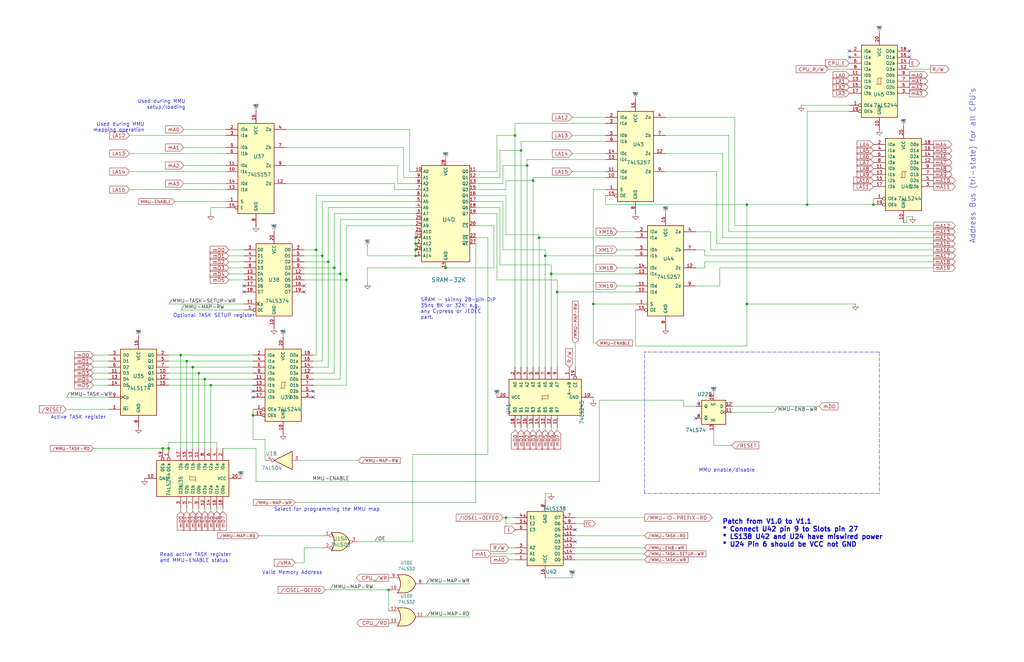
<source format=kicad_sch>
(kicad_sch (version 20250114) (generator "eeschema") (generator_version "9.0")
  (paper "B")
  (title_block (title "6502PC") (date "2025-10-05") (rev "001") (comment 1 "https://github.com/danwerner21/6502PC") (comment 2 "Based on work by Andrew Lynch and John Coffman"))
  (lib_symbols
    (symbol "74xx:74LS04"
      (property "Reference" "U" (at 0 1.27 0))
      (property "Value" "74LS04" (at 0 -1.27 0))
      (symbol "74LS04_1_0"
        (pin input line (at -7.62 0 0) (length 3.81) (name "~") (number "1"))
        (pin output inverted (at 7.62 0 180) (length 3.81) (name "~") (number "2"))
      )
      (symbol "74LS04_2_0"
        (pin input line (at -7.62 0 0) (length 3.81) (name "~") (number "3"))
        (pin output inverted (at 7.62 0 180) (length 3.81) (name "~") (number "4"))
      )
      (symbol "74LS04_3_0"
        (pin input line (at -7.62 0 0) (length 3.81) (name "~") (number "5"))
        (pin output inverted (at 7.62 0 180) (length 3.81) (name "~") (number "6"))
      )
      (symbol "74LS04_4_0"
        (pin input line (at -7.62 0 0) (length 3.81) (name "~") (number "9"))
        (pin output inverted (at 7.62 0 180) (length 3.81) (name "~") (number "8"))
      )
      (symbol "74LS04_5_0"
        (pin input line (at -7.62 0 0) (length 3.81) (name "~") (number "11"))
        (pin output inverted (at 7.62 0 180) (length 3.81) (name "~") (number "10"))
      )
      (symbol "74LS04_6_0"
        (pin input line (at -7.62 0 0) (length 3.81) (name "~") (number "13"))
        (pin output inverted (at 7.62 0 180) (length 3.81) (name "~") (number "12"))
      )
      (symbol "74LS04_7_0"
        (pin power_in line (at 0 12.7 270) (length 5.08) (name "VCC") (number "14"))
        (pin power_in line (at 0 -12.7 90) (length 5.08) (name "GND") (number "7"))
      )
    )
    (symbol "74xx:74LS08" (pin_names (offset 1.016))
      (property "Reference" "U" (at 0 1.27 0))
      (property "Value" "74LS08" (at 0 -1.27 0))
      (symbol "74LS08_1_1"
        (pin input line (at -7.62 2.54 0) (length 3.81) (name "~") (number "1"))
        (pin input line (at -7.62 -2.54 0) (length 3.81) (name "~") (number "2"))
        (pin output line (at 7.62 0 180) (length 3.81) (name "~") (number "3"))
      )
      (symbol "74LS08_1_2"
        (pin input inverted (at -7.62 2.54 0) (length 4.318) (name "~") (number "1"))
        (pin input inverted (at -7.62 -2.54 0) (length 4.318) (name "~") (number "2"))
        (pin output inverted (at 7.62 0 180) (length 3.81) (name "~") (number "3"))
      )
      (symbol "74LS08_2_1"
        (pin input line (at -7.62 2.54 0) (length 3.81) (name "~") (number "4"))
        (pin input line (at -7.62 -2.54 0) (length 3.81) (name "~") (number "5"))
        (pin output line (at 7.62 0 180) (length 3.81) (name "~") (number "6"))
      )
      (symbol "74LS08_2_2"
        (pin input inverted (at -7.62 2.54 0) (length 4.318) (name "~") (number "4"))
        (pin input inverted (at -7.62 -2.54 0) (length 4.318) (name "~") (number "5"))
        (pin output inverted (at 7.62 0 180) (length 3.81) (name "~") (number "6"))
      )
      (symbol "74LS08_3_1"
        (pin input line (at -7.62 2.54 0) (length 3.81) (name "~") (number "9"))
        (pin input line (at -7.62 -2.54 0) (length 3.81) (name "~") (number "10"))
        (pin output line (at 7.62 0 180) (length 3.81) (name "~") (number "8"))
      )
      (symbol "74LS08_3_2"
        (pin input inverted (at -7.62 2.54 0) (length 4.318) (name "~") (number "9"))
        (pin input inverted (at -7.62 -2.54 0) (length 4.318) (name "~") (number "10"))
        (pin output inverted (at 7.62 0 180) (length 3.81) (name "~") (number "8"))
      )
      (symbol "74LS08_4_1"
        (pin input line (at -7.62 2.54 0) (length 3.81) (name "~") (number "12"))
        (pin input line (at -7.62 -2.54 0) (length 3.81) (name "~") (number "13"))
        (pin output line (at 7.62 0 180) (length 3.81) (name "~") (number "11"))
      )
      (symbol "74LS08_4_2"
        (pin input inverted (at -7.62 2.54 0) (length 4.318) (name "~") (number "12"))
        (pin input inverted (at -7.62 -2.54 0) (length 4.318) (name "~") (number "13"))
        (pin output inverted (at 7.62 0 180) (length 3.81) (name "~") (number "11"))
      )
      (symbol "74LS08_5_0"
        (pin power_in line (at 0 12.7 270) (length 5.08) (name "VCC") (number "14"))
        (pin power_in line (at 0 -12.7 90) (length 5.08) (name "GND") (number "7"))
      )
    )
    (symbol "74xx:74LS138" (pin_names (offset 1.016))
      (property "Reference" "U" (at -7.62 11.43 0))
      (property "Value" "74LS138" (at -7.62 -13.97 0))
      (symbol "74LS138_1_0"
        (pin input line (at -12.7 7.62 0) (length 5.08) (name "A0") (number "1"))
        (pin input line (at -12.7 5.08 0) (length 5.08) (name "A1") (number "2"))
        (pin input line (at -12.7 2.54 0) (length 5.08) (name "A2") (number "3"))
        (pin input line (at -12.7 -5.08 0) (length 5.08) (name "E3") (number "6"))
        (pin input input_low (at -12.7 -7.62 0) (length 5.08) (name "E2") (number "5"))
        (pin input input_low (at -12.7 -10.16 0) (length 5.08) (name "E1") (number "4"))
        (pin power_in line (at 0 15.24 270) (length 5.08) (name "VCC") (number "16"))
        (pin power_in line (at 0 -17.78 90) (length 5.08) (name "GND") (number "8"))
        (pin output output_low (at 12.7 7.62 180) (length 5.08) (name "O0") (number "15"))
        (pin output output_low (at 12.7 5.08 180) (length 5.08) (name "O1") (number "14"))
        (pin output output_low (at 12.7 2.54 180) (length 5.08) (name "O2") (number "13"))
        (pin output output_low (at 12.7 0 180) (length 5.08) (name "O3") (number "12"))
        (pin output output_low (at 12.7 -2.54 180) (length 5.08) (name "O4") (number "11"))
        (pin output output_low (at 12.7 -5.08 180) (length 5.08) (name "O5") (number "10"))
        (pin output output_low (at 12.7 -7.62 180) (length 5.08) (name "O6") (number "9"))
        (pin output output_low (at 12.7 -10.16 180) (length 5.08) (name "O7") (number "7"))
      )
    )
    (symbol "74xx:74LS157" (pin_names (offset 1.016))
      (property "Reference" "U" (at -7.62 19.05 0))
      (property "Value" "74LS157" (at -7.62 -21.59 0))
      (symbol "74LS157_1_0"
        (pin input line (at -12.7 15.24 0) (length 5.08) (name "I0a") (number "2"))
        (pin input line (at -12.7 12.7 0) (length 5.08) (name "I1a") (number "3"))
        (pin input line (at -12.7 7.62 0) (length 5.08) (name "I0b") (number "5"))
        (pin input line (at -12.7 5.08 0) (length 5.08) (name "I1b") (number "6"))
        (pin input line (at -12.7 0 0) (length 5.08) (name "I0c") (number "11"))
        (pin input line (at -12.7 -2.54 0) (length 5.08) (name "I1c") (number "10"))
        (pin input line (at -12.7 -7.62 0) (length 5.08) (name "I0d") (number "14"))
        (pin input line (at -12.7 -10.16 0) (length 5.08) (name "I1d") (number "13"))
        (pin input line (at -12.7 -15.24 0) (length 5.08) (name "S") (number "1"))
        (pin input inverted (at -12.7 -17.78 0) (length 5.08) (name "E") (number "15"))
        (pin power_in line (at 0 22.86 270) (length 5.08) (name "VCC") (number "16"))
        (pin power_in line (at 0 -25.4 90) (length 5.08) (name "GND") (number "8"))
        (pin output line (at 12.7 15.24 180) (length 5.08) (name "Za") (number "4"))
        (pin output line (at 12.7 7.62 180) (length 5.08) (name "Zb") (number "7"))
        (pin output line (at 12.7 0 180) (length 5.08) (name "Zc") (number "9"))
        (pin output line (at 12.7 -7.62 180) (length 5.08) (name "Zd") (number "12"))
      )
    )
    (symbol "74xx:74LS174" (pin_names (offset 1.016))
      (property "Reference" "U" (at -7.62 13.97 0))
      (property "Value" "74LS174" (at -7.62 -16.51 0))
      (symbol "74LS174_1_0"
        (pin input line (at -12.7 10.16 0) (length 5.08) (name "D0") (number "3"))
        (pin input line (at -12.7 7.62 0) (length 5.08) (name "D1") (number "4"))
        (pin input line (at -12.7 5.08 0) (length 5.08) (name "D2") (number "6"))
        (pin input line (at -12.7 2.54 0) (length 5.08) (name "D3") (number "11"))
        (pin input line (at -12.7 0 0) (length 5.08) (name "D4") (number "13"))
        (pin input line (at -12.7 -2.54 0) (length 5.08) (name "D5") (number "14"))
        (pin input clock (at -12.7 -7.62 0) (length 5.08) (name "Cp") (number "9"))
        (pin input line (at -12.7 -12.7 0) (length 5.08) (name "~{Mr}") (number "1"))
        (pin power_in line (at 0 17.78 270) (length 5.08) (name "VCC") (number "16"))
        (pin power_in line (at 0 -20.32 90) (length 5.08) (name "GND") (number "8"))
        (pin output line (at 12.7 10.16 180) (length 5.08) (name "Q0") (number "2"))
        (pin output line (at 12.7 7.62 180) (length 5.08) (name "Q1") (number "5"))
        (pin output line (at 12.7 5.08 180) (length 5.08) (name "Q2") (number "7"))
        (pin output line (at 12.7 2.54 180) (length 5.08) (name "Q3") (number "10"))
        (pin output line (at 12.7 0 180) (length 5.08) (name "Q4") (number "12"))
        (pin output line (at 12.7 -2.54 180) (length 5.08) (name "Q5") (number "15"))
      )
    )
    (symbol "74xx:74LS244" (pin_names (offset 1.016))
      (property "Reference" "U" (at -7.62 16.51 0))
      (property "Value" "74LS244" (at -7.62 -16.51 0))
      (symbol "74LS244_1_0"
        (pin input line (at -12.7 12.7 0) (length 5.08) (name "I0a") (number "2"))
        (pin input line (at -12.7 10.16 0) (length 5.08) (name "I1a") (number "4"))
        (pin input line (at -12.7 7.62 0) (length 5.08) (name "I2a") (number "6"))
        (pin input line (at -12.7 5.08 0) (length 5.08) (name "I3a") (number "8"))
        (pin input line (at -12.7 2.54 0) (length 5.08) (name "I0b") (number "11"))
        (pin input line (at -12.7 0 0) (length 5.08) (name "I1b") (number "13"))
        (pin input line (at -12.7 -2.54 0) (length 5.08) (name "I2b") (number "15"))
        (pin input line (at -12.7 -5.08 0) (length 5.08) (name "I3b") (number "17"))
        (pin input inverted (at -12.7 -10.16 0) (length 5.08) (name "OEa") (number "1"))
        (pin input inverted (at -12.7 -12.7 0) (length 5.08) (name "OEb") (number "19"))
        (pin power_in line (at 0 20.32 270) (length 5.08) (name "VCC") (number "20"))
        (pin power_in line (at 0 -20.32 90) (length 5.08) (name "GND") (number "10"))
        (pin tri_state line (at 12.7 12.7 180) (length 5.08) (name "O0a") (number "18"))
        (pin tri_state line (at 12.7 10.16 180) (length 5.08) (name "O1a") (number "16"))
        (pin tri_state line (at 12.7 7.62 180) (length 5.08) (name "O2a") (number "14"))
        (pin tri_state line (at 12.7 5.08 180) (length 5.08) (name "O3a") (number "12"))
        (pin tri_state line (at 12.7 2.54 180) (length 5.08) (name "O0b") (number "9"))
        (pin tri_state line (at 12.7 0 180) (length 5.08) (name "O1b") (number "7"))
        (pin tri_state line (at 12.7 -2.54 180) (length 5.08) (name "O2b") (number "5"))
        (pin tri_state line (at 12.7 -5.08 180) (length 5.08) (name "O3b") (number "3"))
      )
    )
    (symbol "74xx:74LS245" (pin_names (offset 1.016))
      (property "Reference" "U" (at -7.62 16.51 0))
      (property "Value" "74LS245" (at -7.62 -16.51 0))
      (symbol "74LS245_1_0"
        (pin tri_state line (at -12.7 12.7 0) (length 5.08) (name "A0") (number "2"))
        (pin tri_state line (at -12.7 10.16 0) (length 5.08) (name "A1") (number "3"))
        (pin tri_state line (at -12.7 7.62 0) (length 5.08) (name "A2") (number "4"))
        (pin tri_state line (at -12.7 5.08 0) (length 5.08) (name "A3") (number "5"))
        (pin tri_state line (at -12.7 2.54 0) (length 5.08) (name "A4") (number "6"))
        (pin tri_state line (at -12.7 0 0) (length 5.08) (name "A5") (number "7"))
        (pin tri_state line (at -12.7 -2.54 0) (length 5.08) (name "A6") (number "8"))
        (pin tri_state line (at -12.7 -5.08 0) (length 5.08) (name "A7") (number "9"))
        (pin input line (at -12.7 -10.16 0) (length 5.08) (name "A->B") (number "1"))
        (pin input inverted (at -12.7 -12.7 0) (length 5.08) (name "CE") (number "19"))
        (pin power_in line (at 0 20.32 270) (length 5.08) (name "VCC") (number "20"))
        (pin power_in line (at 0 -20.32 90) (length 5.08) (name "GND") (number "10"))
        (pin tri_state line (at 12.7 12.7 180) (length 5.08) (name "B0") (number "18"))
        (pin tri_state line (at 12.7 10.16 180) (length 5.08) (name "B1") (number "17"))
        (pin tri_state line (at 12.7 7.62 180) (length 5.08) (name "B2") (number "16"))
        (pin tri_state line (at 12.7 5.08 180) (length 5.08) (name "B3") (number "15"))
        (pin tri_state line (at 12.7 2.54 180) (length 5.08) (name "B4") (number "14"))
        (pin tri_state line (at 12.7 0 180) (length 5.08) (name "B5") (number "13"))
        (pin tri_state line (at 12.7 -2.54 180) (length 5.08) (name "B6") (number "12"))
        (pin tri_state line (at 12.7 -5.08 180) (length 5.08) (name "B7") (number "11"))
      )
    )
    (symbol "74xx:74LS257" (pin_names (offset 1.016))
      (property "Reference" "U" (at -7.62 19.05 0))
      (property "Value" "74LS257" (at -7.62 -21.59 0))
      (symbol "74LS257_1_0"
        (pin input line (at -12.7 15.24 0) (length 5.08) (name "I0a") (number "2"))
        (pin input line (at -12.7 12.7 0) (length 5.08) (name "I1a") (number "3"))
        (pin input line (at -12.7 7.62 0) (length 5.08) (name "I0b") (number "5"))
        (pin input line (at -12.7 5.08 0) (length 5.08) (name "I1b") (number "6"))
        (pin input line (at -12.7 0 0) (length 5.08) (name "I0c") (number "14"))
        (pin input line (at -12.7 -2.54 0) (length 5.08) (name "I1c") (number "13"))
        (pin input line (at -12.7 -7.62 0) (length 5.08) (name "I0d") (number "11"))
        (pin input line (at -12.7 -10.16 0) (length 5.08) (name "I1d") (number "10"))
        (pin input line (at -12.7 -15.24 0) (length 5.08) (name "S") (number "1"))
        (pin input inverted (at -12.7 -17.78 0) (length 5.08) (name "OE") (number "15"))
        (pin power_in line (at 0 22.86 270) (length 5.08) (name "VCC") (number "16"))
        (pin power_in line (at 0 -25.4 90) (length 5.08) (name "GND") (number "8"))
        (pin tri_state line (at 12.7 15.24 180) (length 5.08) (name "Za") (number "4"))
        (pin tri_state line (at 12.7 7.62 180) (length 5.08) (name "Zb") (number "7"))
        (pin tri_state line (at 12.7 0 180) (length 5.08) (name "Zc") (number "12"))
        (pin tri_state line (at 12.7 -7.62 180) (length 5.08) (name "Zd") (number "9"))
      )
    )
    (symbol "74xx:74LS32" (pin_names (offset 1.016))
      (property "Reference" "U" (at 0 1.27 0))
      (property "Value" "74LS32" (at 0 -1.27 0))
      (symbol "74LS32_1_1"
        (pin input line (at -7.62 2.54 0) (length 4.318) (name "~") (number "1"))
        (pin input line (at -7.62 -2.54 0) (length 4.318) (name "~") (number "2"))
        (pin output line (at 7.62 0 180) (length 3.81) (name "~") (number "3"))
      )
      (symbol "74LS32_1_2"
        (pin input inverted (at -7.62 2.54 0) (length 3.81) (name "~") (number "1"))
        (pin input inverted (at -7.62 -2.54 0) (length 3.81) (name "~") (number "2"))
        (pin output inverted (at 7.62 0 180) (length 3.81) (name "~") (number "3"))
      )
      (symbol "74LS32_2_1"
        (pin input line (at -7.62 2.54 0) (length 4.318) (name "~") (number "4"))
        (pin input line (at -7.62 -2.54 0) (length 4.318) (name "~") (number "5"))
        (pin output line (at 7.62 0 180) (length 3.81) (name "~") (number "6"))
      )
      (symbol "74LS32_2_2"
        (pin input inverted (at -7.62 2.54 0) (length 3.81) (name "~") (number "4"))
        (pin input inverted (at -7.62 -2.54 0) (length 3.81) (name "~") (number "5"))
        (pin output inverted (at 7.62 0 180) (length 3.81) (name "~") (number "6"))
      )
      (symbol "74LS32_3_1"
        (pin input line (at -7.62 2.54 0) (length 4.318) (name "~") (number "9"))
        (pin input line (at -7.62 -2.54 0) (length 4.318) (name "~") (number "10"))
        (pin output line (at 7.62 0 180) (length 3.81) (name "~") (number "8"))
      )
      (symbol "74LS32_3_2"
        (pin input inverted (at -7.62 2.54 0) (length 3.81) (name "~") (number "9"))
        (pin input inverted (at -7.62 -2.54 0) (length 3.81) (name "~") (number "10"))
        (pin output inverted (at 7.62 0 180) (length 3.81) (name "~") (number "8"))
      )
      (symbol "74LS32_4_1"
        (pin input line (at -7.62 2.54 0) (length 4.318) (name "~") (number "12"))
        (pin input line (at -7.62 -2.54 0) (length 4.318) (name "~") (number "13"))
        (pin output line (at 7.62 0 180) (length 3.81) (name "~") (number "11"))
      )
      (symbol "74LS32_4_2"
        (pin input inverted (at -7.62 2.54 0) (length 3.81) (name "~") (number "12"))
        (pin input inverted (at -7.62 -2.54 0) (length 3.81) (name "~") (number "13"))
        (pin output inverted (at 7.62 0 180) (length 3.81) (name "~") (number "11"))
      )
      (symbol "74LS32_5_0"
        (pin power_in line (at 0 12.7 270) (length 5.08) (name "VCC") (number "14"))
        (pin power_in line (at 0 -12.7 90) (length 5.08) (name "GND") (number "7"))
      )
    )
    (symbol "74xx:74LS374"
      (property "Reference" "U" (at -7.62 16.51 0))
      (property "Value" "74LS374" (at -7.62 -16.51 0))
      (symbol "74LS374_1_0"
        (pin input line (at -12.7 12.7 0) (length 5.08) (name "D0") (number "3"))
        (pin input line (at -12.7 10.16 0) (length 5.08) (name "D1") (number "4"))
        (pin input line (at -12.7 7.62 0) (length 5.08) (name "D2") (number "7"))
        (pin input line (at -12.7 5.08 0) (length 5.08) (name "D3") (number "8"))
        (pin input line (at -12.7 2.54 0) (length 5.08) (name "D4") (number "13"))
        (pin input line (at -12.7 0 0) (length 5.08) (name "D5") (number "14"))
        (pin input line (at -12.7 -2.54 0) (length 5.08) (name "D6") (number "17"))
        (pin input line (at -12.7 -5.08 0) (length 5.08) (name "D7") (number "18"))
        (pin input clock (at -12.7 -10.16 0) (length 5.08) (name "Cp") (number "11"))
        (pin input inverted (at -12.7 -12.7 0) (length 5.08) (name "OE") (number "1"))
        (pin power_in line (at 0 20.32 270) (length 5.08) (name "VCC") (number "20"))
        (pin power_in line (at 0 -20.32 90) (length 5.08) (name "GND") (number "10"))
        (pin tri_state line (at 12.7 12.7 180) (length 5.08) (name "O0") (number "2"))
        (pin tri_state line (at 12.7 10.16 180) (length 5.08) (name "O1") (number "5"))
        (pin tri_state line (at 12.7 7.62 180) (length 5.08) (name "O2") (number "6"))
        (pin tri_state line (at 12.7 5.08 180) (length 5.08) (name "O3") (number "9"))
        (pin tri_state line (at 12.7 2.54 180) (length 5.08) (name "O4") (number "12"))
        (pin tri_state line (at 12.7 0 180) (length 5.08) (name "O5") (number "15"))
        (pin tri_state line (at 12.7 -2.54 180) (length 5.08) (name "O6") (number "16"))
        (pin tri_state line (at 12.7 -5.08 180) (length 5.08) (name "O7") (number "19"))
      )
    )
    (symbol "74xx:74LS74" (pin_names (offset 1.016))
      (property "Reference" "U" (at -7.62 8.89 0))
      (property "Value" "74LS74" (at -7.62 -8.89 0))
      (symbol "74LS74_1_0"
        (pin input line (at -7.62 2.54 0) (length 2.54) (name "D") (number "2"))
        (pin input clock (at -7.62 0 0) (length 2.54) (name "C") (number "3"))
        (pin input line (at 0 7.62 270) (length 2.54) (name "~{S}") (number "4"))
        (pin input line (at 0 -7.62 90) (length 2.54) (name "~{R}") (number "1"))
        (pin output line (at 7.62 2.54 180) (length 2.54) (name "Q") (number "5"))
        (pin output line (at 7.62 -2.54 180) (length 2.54) (name "~{Q}") (number "6"))
      )
      (symbol "74LS74_2_0"
        (pin input line (at -7.62 2.54 0) (length 2.54) (name "D") (number "12"))
        (pin input clock (at -7.62 0 0) (length 2.54) (name "C") (number "11"))
        (pin input line (at 0 7.62 270) (length 2.54) (name "~{S}") (number "10"))
        (pin input line (at 0 -7.62 90) (length 2.54) (name "~{R}") (number "13"))
        (pin output line (at 7.62 2.54 180) (length 2.54) (name "Q") (number "9"))
        (pin output line (at 7.62 -2.54 180) (length 2.54) (name "~{Q}") (number "8"))
      )
      (symbol "74LS74_3_0"
        (pin power_in line (at 0 10.16 270) (length 2.54) (name "VCC") (number "14"))
        (pin power_in line (at 0 -10.16 90) (length 2.54) (name "GND") (number "7"))
      )
    )
    (symbol "Memory_RAM:CY62256-70PC"
      (property "Reference" "U" (at -10.16 20.955 0))
      (property "Value" "CY62256-70PC" (at 2.54 20.955 0))
      (symbol "CY62256-70PC_0_0"
        (pin power_in line (at 0 22.86 270) (length 2.54) (name "VCC") (number "28"))
        (pin power_in line (at 0 -22.86 90) (length 2.54) (name "GND") (number "14"))
      )
      (symbol "CY62256-70PC_1_1"
        (pin input line (at -12.7 17.78 0) (length 2.54) (name "A0") (number "10"))
        (pin input line (at -12.7 15.24 0) (length 2.54) (name "A1") (number "9"))
        (pin input line (at -12.7 12.7 0) (length 2.54) (name "A2") (number "8"))
        (pin input line (at -12.7 10.16 0) (length 2.54) (name "A3") (number "7"))
        (pin input line (at -12.7 7.62 0) (length 2.54) (name "A4") (number "6"))
        (pin input line (at -12.7 5.08 0) (length 2.54) (name "A5") (number "5"))
        (pin input line (at -12.7 2.54 0) (length 2.54) (name "A6") (number "4"))
        (pin input line (at -12.7 0 0) (length 2.54) (name "A7") (number "3"))
        (pin input line (at -12.7 -2.54 0) (length 2.54) (name "A8") (number "25"))
        (pin input line (at -12.7 -5.08 0) (length 2.54) (name "A9") (number "24"))
        (pin input line (at -12.7 -7.62 0) (length 2.54) (name "A10") (number "21"))
        (pin input line (at -12.7 -10.16 0) (length 2.54) (name "A11") (number "23"))
        (pin input line (at -12.7 -12.7 0) (length 2.54) (name "A12") (number "2"))
        (pin input line (at -12.7 -15.24 0) (length 2.54) (name "A13") (number "26"))
        (pin input line (at -12.7 -17.78 0) (length 2.54) (name "A14") (number "1"))
        (pin tri_state line (at 12.7 17.78 180) (length 2.54) (name "Q0") (number "11"))
        (pin tri_state line (at 12.7 15.24 180) (length 2.54) (name "Q1") (number "12"))
        (pin tri_state line (at 12.7 12.7 180) (length 2.54) (name "Q2") (number "13"))
        (pin tri_state line (at 12.7 10.16 180) (length 2.54) (name "Q3") (number "15"))
        (pin tri_state line (at 12.7 7.62 180) (length 2.54) (name "Q4") (number "16"))
        (pin tri_state line (at 12.7 5.08 180) (length 2.54) (name "Q5") (number "17"))
        (pin tri_state line (at 12.7 2.54 180) (length 2.54) (name "Q6") (number "18"))
        (pin tri_state line (at 12.7 0 180) (length 2.54) (name "Q7") (number "19"))
        (pin input line (at 12.7 -5.08 180) (length 2.54) (name "~{CS}") (number "20"))
        (pin input line (at 12.7 -10.16 180) (length 2.54) (name "~{OE}") (number "22"))
        (pin input line (at 12.7 -12.7 180) (length 2.54) (name "~{WE}") (number "27"))
      )
    )
    (symbol "power:GND" (power) (pin_numbers (hide yes)) (pin_names (offset 0) (hide yes))
      (property "Value" "GND" (at 0 -3.81 0))
      (symbol "GND_1_1"
        (pin power_in line (at 0 0 270) (length 0) (name "~") (number "1"))
      )
    )
    (symbol "power:VCC" (power) (pin_numbers (hide yes)) (pin_names (offset 0) (hide yes))
      (property "Value" "VCC" (at 0 3.556 0))
      (symbol "VCC_1_1"
        (pin power_in line (at 0 0 90) (length 0) (name "~") (number "1"))
      )
    )
  )
  (text "MMU enable/disable" (at 294.64 199.39 0) (effects (font (size 1.524 1.524)) (justify left bottom)))
  (text "Address Bus (tri-state) for all CPU's" (at 411.48 102.87 90) (effects (font (size 2.286 2.286)) (justify left bottom)))
  (text "Read active TASK register\nand MMU-ENABLE status" (at 67.31 237.49 0) (effects (font (size 1.524 1.524)) (justify left bottom)))
  (text "Optional TASK SETUP register" (at 107.442 134.112 0) (effects (font (size 1.524 1.524)) (justify right bottom)))
  (text "Active TASK register" (at 44.704 177.038 0) (effects (font (size 1.524 1.524)) (justify right bottom)))
  (text "Select for programming the MMU map" (at 115.57 215.9 0) (effects (font (size 1.524 1.524)) (justify left bottom)))
  (text "Used during MMU\nsetup/loading" (at 78.232 46.228 0) (effects (font (size 1.524 1.524)) (justify right bottom)))
  (text "Valid Memory Address" (at 110.49 242.57 0) (effects (font (size 1.524 1.524)) (justify left bottom)))
  (text "Patch from V1.0 to V1.1\n* Connect U42 pin 9 to Slots pin 27 \n* LS138 U42 and U24 have miswired power\n* U24 Pin 6 should be VCC not GND" (at 304.546 225.044 0) (effects (font (size 2 2) (thickness 0.4) (bold yes)) (justify left)))
  (text "SRAM - skinny 28-pin DIP\n35ns 8K or 32K; e.g.,\nany Cypress or JEDEC\npart." (at 177.292 134.874 0) (effects (font (size 1.524 1.524)) (justify left bottom)))
  (text "Used during MMU\nmapping operation" (at 60.96 55.88 0) (effects (font (size 1.524 1.524)) (justify right bottom)))
  (junction (at 146.05 118.11))
  (junction (at 163.83 248.92))
  (junction (at 187.96 113.03))
  (junction (at 368.3 86.36))
  (junction (at 76.2 149.86))
  (junction (at 227.33 100.33))
  (junction (at 83.82 157.48))
  (junction (at 224.79 76.2))
  (junction (at 175.26 102.87))
  (junction (at 71.12 189.23))
  (junction (at 143.51 115.57))
  (junction (at 219.71 63.5))
  (junction (at 78.74 152.4))
  (junction (at 175.26 107.95))
  (junction (at 217.17 57.15))
  (junction (at 229.87 107.95))
  (junction (at 106.68 175.26))
  (junction (at 81.28 154.94))
  (junction (at 213.36 218.44))
  (junction (at 175.26 100.33))
  (junction (at 222.25 69.85))
  (junction (at 340.36 86.36))
  (junction (at 68.58 189.23))
  (junction (at 140.97 113.03))
  (junction (at 250.19 128.27))
  (junction (at 133.35 105.41))
  (junction (at 138.43 110.49))
  (junction (at 232.41 115.57))
  (junction (at 88.9 162.56))
  (junction (at 175.26 105.41))
  (junction (at 314.96 128.27))
  (junction (at 86.36 160.02))
  (junction (at 314.96 86.36))
  (junction (at 135.89 107.95))
  (junction (at 234.95 123.19))
  (no_connect (at 383.54 21.59))
  (no_connect (at 242.57 223.52))
  (no_connect (at 293.37 176.53))
  (no_connect (at 128.27 123.19))
  (no_connect (at 106.68 167.64))
  (no_connect (at 102.87 120.65))
  (no_connect (at 106.68 165.1))
  (no_connect (at 358.14 21.59))
  (no_connect (at 128.27 120.65))
  (no_connect (at 132.08 165.1))
  (no_connect (at 358.14 24.13))
  (no_connect (at 383.54 24.13))
  (no_connect (at 242.57 228.6))
  (no_connect (at 102.87 123.19))
  (no_connect (at 132.08 167.64))
  (wire (pts (xy 96.52 113.03) (xy 102.87 113.03)))
  (wire (pts (xy 393.7 110.49) (xy 297.18 110.49)))
  (wire (pts (xy 229.87 105.41) (xy 229.87 107.95)))
  (wire (pts (xy 106.68 185.42) (xy 111.76 185.42)))
  (wire (pts (xy 200.66 100.33) (xy 205.74 100.33)))
  (wire (pts (xy 133.35 149.86) (xy 133.35 105.41)))
  (wire (pts (xy 132.08 160.02) (xy 143.51 160.02)))
  (wire (pts (xy 212.09 77.47) (xy 212.09 69.85)))
  (wire (pts (xy 76.2 149.86) (xy 71.12 149.86)))
  (wire (pts (xy 300.99 181.61) (xy 300.99 187.96)))
  (wire (pts (xy 252.73 168.91) (xy 288.29 168.91)))
  (wire (pts (xy 39.37 152.4) (xy 45.72 152.4)))
  (polyline (pts (xy 370.84 148.59) (xy 370.84 208.28)) (stroke (width 0) (type dash)))
  (wire (pts (xy 88.9 162.56) (xy 106.68 162.56)))
  (wire (pts (xy 337.82 44.45) (xy 358.14 44.45)))
  (wire (pts (xy 242.57 226.06) (xy 271.78 226.06)))
  (wire (pts (xy 212.09 105.41) (xy 212.09 85.09)))
  (wire (pts (xy 217.17 231.14) (xy 214.63 231.14)))
  (wire (pts (xy 88.9 189.23) (xy 88.9 162.56)))
  (wire (pts (xy 205.74 100.33) (xy 205.74 191.77)))
  (wire (pts (xy 227.33 154.94) (xy 227.33 100.33)))
  (wire (pts (xy 217.17 218.44) (xy 213.36 218.44)))
  (wire (pts (xy 172.72 54.61) (xy 172.72 72.39)))
  (wire (pts (xy 250.19 144.78) (xy 251.46 144.78)))
  (wire (pts (xy 302.26 72.39) (xy 302.26 102.87)))
  (wire (pts (xy 280.67 72.39) (xy 302.26 72.39)))
  (wire (pts (xy 132.08 149.86) (xy 133.35 149.86)))
  (wire (pts (xy 81.28 154.94) (xy 71.12 154.94)))
  (wire (pts (xy 140.97 113.03) (xy 140.97 157.48)))
  (wire (pts (xy 232.41 115.57) (xy 232.41 111.76)))
  (wire (pts (xy 81.28 215.9) (xy 81.28 214.63)))
  (wire (pts (xy 280.67 57.15) (xy 307.34 57.15)))
  (wire (pts (xy 381 93.98) (xy 382.27 93.98)))
  (wire (pts (xy 302.26 102.87) (xy 393.7 102.87)))
  (wire (pts (xy 242.57 218.44) (xy 271.78 218.44)))
  (wire (pts (xy 314.96 128.27) (xy 314.96 146.05)))
  (wire (pts (xy 200.66 85.09) (xy 212.09 85.09)))
  (wire (pts (xy 314.96 86.36) (xy 340.36 86.36)))
  (wire (pts (xy 200.66 80.01) (xy 213.36 80.01)))
  (wire (pts (xy 124.46 212.09) (xy 200.66 212.09)))
  (wire (pts (xy 175.26 74.93) (xy 170.18 74.93)))
  (wire (pts (xy 241.3 57.15) (xy 255.27 57.15)))
  (wire (pts (xy 219.71 154.94) (xy 219.71 63.5)))
  (wire (pts (xy 260.35 97.79) (xy 267.97 97.79)))
  (wire (pts (xy 309.88 49.53) (xy 309.88 95.25)))
  (wire (pts (xy 234.95 154.94) (xy 234.95 123.19)))
  (wire (pts (xy 120.65 62.23) (xy 170.18 62.23)))
  (wire (pts (xy 307.34 97.79) (xy 393.7 97.79)))
  (wire (pts (xy 96.52 110.49) (xy 102.87 110.49)))
  (wire (pts (xy 143.51 92.71) (xy 143.51 115.57)))
  (wire (pts (xy 217.17 52.07) (xy 217.17 57.15)))
  (wire (pts (xy 250.19 80.01) (xy 255.27 80.01)))
  (wire (pts (xy 242.57 233.68) (xy 271.78 233.68)))
  (wire (pts (xy 260.35 105.41) (xy 267.97 105.41)))
  (wire (pts (xy 83.82 215.9) (xy 83.82 214.63)))
  (wire (pts (xy 54.61 57.15) (xy 95.25 57.15)))
  (wire (pts (xy 54.61 64.77) (xy 95.25 64.77)))
  (wire (pts (xy 300.99 187.96) (xy 308.61 187.96)))
  (wire (pts (xy 229.87 181.61) (xy 229.87 180.34)))
  (wire (pts (xy 86.36 215.9) (xy 86.36 214.63)))
  (wire (pts (xy 242.57 144.78) (xy 242.57 154.94)))
  (wire (pts (xy 232.41 181.61) (xy 232.41 180.34)))
  (wire (pts (xy 382.27 93.98) (xy 382.27 91.44)))
  (wire (pts (xy 234.95 181.61) (xy 234.95 180.34)))
  (polyline (pts (xy 370.84 148.59) (xy 271.78 148.59)) (stroke (width 0) (type dash)))
  (wire (pts (xy 297.18 105.41) (xy 297.18 107.95)))
  (wire (pts (xy 96.52 107.95) (xy 102.87 107.95)))
  (wire (pts (xy 208.28 113.03) (xy 187.96 113.03)))
  (wire (pts (xy 260.35 113.03) (xy 267.97 113.03)))
  (wire (pts (xy 252.73 168.91) (xy 252.73 203.2)))
  (wire (pts (xy 86.36 189.23) (xy 86.36 160.02)))
  (wire (pts (xy 308.61 171.45) (xy 345.44 171.45)))
  (wire (pts (xy 314.96 146.05) (xy 267.97 146.05)))
  (wire (pts (xy 120.65 77.47) (xy 166.37 77.47)))
  (wire (pts (xy 39.37 149.86) (xy 45.72 149.86)))
  (wire (pts (xy 128.27 237.49) (xy 128.27 231.14)))
  (wire (pts (xy 217.17 181.61) (xy 217.17 180.34)))
  (wire (pts (xy 358.14 46.99) (xy 340.36 46.99)))
  (wire (pts (xy 293.37 113.03) (xy 297.18 113.03)))
  (wire (pts (xy 234.95 118.11) (xy 209.55 118.11)))
  (wire (pts (xy 340.36 46.99) (xy 340.36 86.36)))
  (wire (pts (xy 154.94 107.95) (xy 175.26 107.95)))
  (wire (pts (xy 167.64 77.47) (xy 175.26 77.47)))
  (wire (pts (xy 175.26 85.09) (xy 135.89 85.09)))
  (wire (pts (xy 96.52 105.41) (xy 102.87 105.41)))
  (wire (pts (xy 93.98 215.9) (xy 93.98 214.63)))
  (wire (pts (xy 242.57 236.22) (xy 271.78 236.22)))
  (wire (pts (xy 68.58 189.23) (xy 71.12 189.23)))
  (wire (pts (xy 73.66 85.09) (xy 95.25 85.09)))
  (wire (pts (xy 210.82 111.76) (xy 232.41 111.76)))
  (wire (pts (xy 154.94 113.03) (xy 154.94 119.38)))
  (wire (pts (xy 209.55 57.15) (xy 217.17 57.15)))
  (wire (pts (xy 229.87 210.82) (xy 229.87 208.28)))
  (wire (pts (xy 200.66 95.25) (xy 208.28 95.25)))
  (wire (pts (xy 210.82 87.63) (xy 210.82 111.76)))
  (wire (pts (xy 128.27 113.03) (xy 140.97 113.03)))
  (wire (pts (xy 128.27 231.14) (xy 135.89 231.14)))
  (wire (pts (xy 77.47 77.47) (xy 95.25 77.47)))
  (wire (pts (xy 45.72 167.64) (xy 27.94 167.64)))
  (wire (pts (xy 224.79 181.61) (xy 224.79 180.34)))
  (wire (pts (xy 227.33 100.33) (xy 227.33 99.06)))
  (wire (pts (xy 140.97 157.48) (xy 132.08 157.48)))
  (wire (pts (xy 175.26 95.25) (xy 146.05 95.25)))
  (wire (pts (xy 232.41 115.57) (xy 267.97 115.57)))
  (wire (pts (xy 120.65 69.85) (xy 167.64 69.85)))
  (wire (pts (xy 91.44 189.23) (xy 91.44 186.69)))
  (wire (pts (xy 102.87 130.81) (xy 76.2 130.81)))
  (wire (pts (xy 111.76 185.42) (xy 111.76 194.31)))
  (wire (pts (xy 368.3 83.82) (xy 368.3 86.36)))
  (wire (pts (xy 109.22 226.06) (xy 135.89 226.06)))
  (wire (pts (xy 128.27 105.41) (xy 133.35 105.41)))
  (wire (pts (xy 219.71 63.5) (xy 210.82 63.5)))
  (wire (pts (xy 227.33 181.61) (xy 227.33 180.34)))
  (wire (pts (xy 217.17 220.98) (xy 213.36 220.98)))
  (wire (pts (xy 81.28 154.94) (xy 106.68 154.94)))
  (wire (pts (xy 88.9 215.9) (xy 88.9 214.63)))
  (wire (pts (xy 250.19 128.27) (xy 250.19 144.78)))
  (wire (pts (xy 77.47 69.85) (xy 95.25 69.85)))
  (wire (pts (xy 39.37 154.94) (xy 45.72 154.94)))
  (wire (pts (xy 27.94 172.72) (xy 45.72 172.72)))
  (wire (pts (xy 299.72 97.79) (xy 293.37 97.79)))
  (wire (pts (xy 78.74 215.9) (xy 78.74 214.63)))
  (wire (pts (xy 222.25 67.31) (xy 222.25 69.85)))
  (wire (pts (xy 213.36 99.06) (xy 227.33 99.06)))
  (wire (pts (xy 175.26 90.17) (xy 140.97 90.17)))
  (wire (pts (xy 71.12 128.27) (xy 102.87 128.27)))
  (wire (pts (xy 213.36 218.44) (xy 213.36 220.98)))
  (wire (pts (xy 255.27 86.36) (xy 314.96 86.36)))
  (wire (pts (xy 138.43 154.94) (xy 138.43 110.49)))
  (wire (pts (xy 210.82 63.5) (xy 210.82 74.93)))
  (wire (pts (xy 54.61 80.01) (xy 95.25 80.01)))
  (wire (pts (xy 107.95 203.2) (xy 252.73 203.2)))
  (wire (pts (xy 208.28 95.25) (xy 208.28 113.03)))
  (wire (pts (xy 128.27 110.49) (xy 138.43 110.49)))
  (wire (pts (xy 304.8 64.77) (xy 304.8 100.33)))
  (wire (pts (xy 151.13 228.6) (xy 173.99 228.6)))
  (wire (pts (xy 96.52 118.11) (xy 102.87 118.11)))
  (wire (pts (xy 212.09 69.85) (xy 222.25 69.85)))
  (wire (pts (xy 349.25 29.21) (xy 358.14 29.21)))
  (wire (pts (xy 137.16 248.92) (xy 163.83 248.92)))
  (wire (pts (xy 326.39 173.99) (xy 308.61 173.99)))
  (wire (pts (xy 71.12 186.69) (xy 71.12 189.23)))
  (wire (pts (xy 54.61 72.39) (xy 95.25 72.39)))
  (wire (pts (xy 209.55 118.11) (xy 209.55 90.17)))
  (wire (pts (xy 307.34 57.15) (xy 307.34 97.79)))
  (wire (pts (xy 299.72 105.41) (xy 299.72 97.79)))
  (wire (pts (xy 128.27 107.95) (xy 135.89 107.95)))
  (wire (pts (xy 91.44 215.9) (xy 91.44 214.63)))
  (wire (pts (xy 241.3 49.53) (xy 255.27 49.53)))
  (wire (pts (xy 151.13 194.31) (xy 127 194.31)))
  (wire (pts (xy 222.25 154.94) (xy 222.25 69.85)))
  (wire (pts (xy 39.37 189.23) (xy 68.58 189.23)))
  (wire (pts (xy 132.08 154.94) (xy 138.43 154.94)))
  (wire (pts (xy 229.87 243.84) (xy 241.3 243.84)))
  (wire (pts (xy 167.64 69.85) (xy 167.64 77.47)))
  (wire (pts (xy 255.27 86.36) (xy 255.27 82.55)))
  (wire (pts (xy 205.74 191.77) (xy 173.99 191.77)))
  (wire (pts (xy 297.18 107.95) (xy 393.7 107.95)))
  (wire (pts (xy 106.68 175.26) (xy 106.68 185.42)))
  (wire (pts (xy 224.79 76.2) (xy 213.36 76.2)))
  (wire (pts (xy 135.89 152.4) (xy 132.08 152.4)))
  (wire (pts (xy 146.05 118.11) (xy 146.05 162.56)))
  (wire (pts (xy 200.66 102.87) (xy 200.66 212.09)))
  (wire (pts (xy 120.65 54.61) (xy 172.72 54.61)))
  (wire (pts (xy 76.2 189.23) (xy 76.2 149.86)))
  (wire (pts (xy 86.36 160.02) (xy 71.12 160.02)))
  (wire (pts (xy 91.44 186.69) (xy 71.12 186.69)))
  (wire (pts (xy 140.97 90.17) (xy 140.97 113.03)))
  (wire (pts (xy 293.37 105.41) (xy 297.18 105.41)))
  (wire (pts (xy 200.66 77.47) (xy 212.09 77.47)))
  (polyline (pts (xy 271.78 208.28) (xy 271.78 148.59)) (stroke (width 0) (type dash)))
  (wire (pts (xy 83.82 157.48) (xy 106.68 157.48)))
  (wire (pts (xy 288.29 168.91) (xy 288.29 171.45)))
  (wire (pts (xy 255.27 74.93) (xy 224.79 74.93)))
  (wire (pts (xy 222.25 181.61) (xy 222.25 180.34)))
  (wire (pts (xy 39.37 160.02) (xy 45.72 160.02)))
  (wire (pts (xy 213.36 76.2) (xy 213.36 80.01)))
  (wire (pts (xy 106.68 172.72) (xy 106.68 175.26)))
  (wire (pts (xy 200.66 87.63) (xy 210.82 87.63)))
  (wire (pts (xy 86.36 160.02) (xy 106.68 160.02)))
  (wire (pts (xy 146.05 162.56) (xy 132.08 162.56)))
  (wire (pts (xy 340.36 86.36) (xy 368.3 86.36)))
  (wire (pts (xy 219.71 59.69) (xy 219.71 63.5)))
  (wire (pts (xy 83.82 157.48) (xy 71.12 157.48)))
  (wire (pts (xy 107.95 189.23) (xy 93.98 189.23)))
  (wire (pts (xy 255.27 59.69) (xy 219.71 59.69)))
  (wire (pts (xy 143.51 160.02) (xy 143.51 115.57)))
  (wire (pts (xy 179.07 246.38) (xy 198.12 246.38)))
  (wire (pts (xy 382.27 91.44) (xy 384.81 91.44)))
  (wire (pts (xy 250.19 80.01) (xy 250.19 128.27)))
  (wire (pts (xy 88.9 162.56) (xy 71.12 162.56)))
  (wire (pts (xy 81.28 189.23) (xy 81.28 154.94)))
  (wire (pts (xy 83.82 189.23) (xy 83.82 157.48)))
  (wire (pts (xy 163.83 248.92) (xy 163.83 257.81)))
  (wire (pts (xy 234.95 123.19) (xy 267.97 123.19)))
  (wire (pts (xy 303.53 120.65) (xy 303.53 113.03)))
  (wire (pts (xy 39.37 157.48) (xy 45.72 157.48)))
  (wire (pts (xy 260.35 120.65) (xy 267.97 120.65)))
  (wire (pts (xy 219.71 181.61) (xy 219.71 180.34)))
  (wire (pts (xy 143.51 92.71) (xy 175.26 92.71)))
  (wire (pts (xy 217.17 154.94) (xy 217.17 57.15)))
  (wire (pts (xy 76.2 215.9) (xy 76.2 214.63)))
  (wire (pts (xy 88.9 87.63) (xy 95.25 87.63)))
  (wire (pts (xy 393.7 100.33) (xy 304.8 100.33)))
  (wire (pts (xy 107.95 203.2) (xy 107.95 189.23)))
  (wire (pts (xy 267.97 146.05) (xy 267.97 130.81)))
  (wire (pts (xy 232.41 154.94) (xy 232.41 115.57)))
  (wire (pts (xy 138.43 87.63) (xy 175.26 87.63)))
  (wire (pts (xy 214.63 236.22) (xy 217.17 236.22)))
  (wire (pts (xy 255.27 52.07) (xy 217.17 52.07)))
  (wire (pts (xy 175.26 105.41) (xy 175.26 107.95)))
  (wire (pts (xy 78.74 152.4) (xy 71.12 152.4)))
  (wire (pts (xy 135.89 107.95) (xy 135.89 152.4)))
  (wire (pts (xy 229.87 107.95) (xy 229.87 154.94)))
  (wire (pts (xy 227.33 100.33) (xy 267.97 100.33)))
  (wire (pts (xy 77.47 54.61) (xy 95.25 54.61)))
  (wire (pts (xy 77.47 62.23) (xy 95.25 62.23)))
  (wire (pts (xy 170.18 62.23) (xy 170.18 74.93)))
  (wire (pts (xy 200.66 90.17) (xy 209.55 90.17)))
  (wire (pts (xy 288.29 171.45) (xy 293.37 171.45)))
  (wire (pts (xy 280.67 49.53) (xy 309.88 49.53)))
  (wire (pts (xy 360.68 128.27) (xy 314.96 128.27)))
  (wire (pts (xy 166.37 77.47) (xy 166.37 80.01)))
  (wire (pts (xy 314.96 86.36) (xy 314.96 128.27)))
  (wire (pts (xy 250.19 128.27) (xy 267.97 128.27)))
  (wire (pts (xy 242.57 231.14) (xy 271.78 231.14)))
  (wire (pts (xy 393.7 95.25) (xy 309.88 95.25)))
  (wire (pts (xy 154.94 113.03) (xy 187.96 113.03)))
  (wire (pts (xy 229.87 208.28) (xy 232.41 208.28)))
  (wire (pts (xy 135.89 85.09) (xy 135.89 107.95)))
  (polyline (pts (xy 370.84 208.28) (xy 271.78 208.28)) (stroke (width 0) (type dash)))
  (wire (pts (xy 154.94 104.14) (xy 154.94 107.95)))
  (wire (pts (xy 229.87 105.41) (xy 212.09 105.41)))
  (wire (pts (xy 213.36 82.55) (xy 213.36 99.06)))
  (wire (pts (xy 88.9 90.17) (xy 88.9 87.63)))
  (wire (pts (xy 241.3 72.39) (xy 255.27 72.39)))
  (wire (pts (xy 241.3 64.77) (xy 255.27 64.77)))
  (wire (pts (xy 234.95 123.19) (xy 234.95 118.11)))
  (wire (pts (xy 200.66 72.39) (xy 209.55 72.39)))
  (wire (pts (xy 200.66 74.93) (xy 210.82 74.93)))
  (wire (pts (xy 128.27 115.57) (xy 143.51 115.57)))
  (wire (pts (xy 76.2 149.86) (xy 106.68 149.86)))
  (wire (pts (xy 224.79 154.94) (xy 224.79 76.2)))
  (wire (pts (xy 133.35 82.55) (xy 133.35 105.41)))
  (wire (pts (xy 175.26 100.33) (xy 175.26 102.87)))
  (wire (pts (xy 229.87 107.95) (xy 267.97 107.95)))
  (wire (pts (xy 128.27 118.11) (xy 146.05 118.11)))
  (wire (pts (xy 172.72 72.39) (xy 175.26 72.39)))
  (wire (pts (xy 96.52 115.57) (xy 102.87 115.57)))
  (wire (pts (xy 297.18 113.03) (xy 297.18 110.49)))
  (wire (pts (xy 207.01 233.68) (xy 217.17 233.68)))
  (wire (pts (xy 175.26 97.79) (xy 175.26 100.33)))
  (wire (pts (xy 78.74 189.23) (xy 78.74 152.4)))
  (wire (pts (xy 303.53 113.03) (xy 393.7 113.03)))
  (wire (pts (xy 224.79 74.93) (xy 224.79 76.2)))
  (wire (pts (xy 280.67 64.77) (xy 304.8 64.77)))
  (wire (pts (xy 242.57 220.98) (xy 246.38 220.98)))
  (wire (pts (xy 200.66 82.55) (xy 213.36 82.55)))
  (wire (pts (xy 78.74 152.4) (xy 106.68 152.4)))
  (wire (pts (xy 173.99 191.77) (xy 173.99 228.6)))
  (wire (pts (xy 293.37 120.65) (xy 303.53 120.65)))
  (wire (pts (xy 175.26 102.87) (xy 175.26 105.41)))
  (wire (pts (xy 250.19 167.64) (xy 250.19 168.91)))
  (wire (pts (xy 209.55 72.39) (xy 209.55 57.15)))
  (wire (pts (xy 138.43 87.63) (xy 138.43 110.49)))
  (wire (pts (xy 146.05 95.25) (xy 146.05 118.11)))
  (wire (pts (xy 393.7 105.41) (xy 299.72 105.41)))
  (wire (pts (xy 213.36 218.44) (xy 212.09 218.44)))
  (wire (pts (xy 124.46 237.49) (xy 128.27 237.49)))
  (wire (pts (xy 39.37 162.56) (xy 45.72 162.56)))
  (wire (pts (xy 133.35 82.55) (xy 175.26 82.55)))
  (wire (pts (xy 255.27 67.31) (xy 222.25 67.31)))
  (wire (pts (xy 383.54 29.21) (xy 392.43 29.21)))
  (wire (pts (xy 179.07 260.35) (xy 198.12 260.35)))
  (wire (pts (xy 166.37 80.01) (xy 175.26 80.01)))
  (label "/MMU-MAP-RW" (at 157.48 248.92 180) (effects (font (size 1.524 1.524))))
  (label "/MMU-TASK-SETUP-WR" (at 71.12 128.27 0) (effects (font (size 1.524 1.524))))
  (label "/MMU-MAP-RD" (at 198.12 260.35 180) (effects (font (size 1.524 1.524))))
  (label "/MMU-MAP-WR" (at 198.12 246.38 180) (effects (font (size 1.524 1.524))))
  (label "/MMU-ENB-WR" (at 326.39 173.99 0) (effects (font (size 1.524 1.524))))
  (label "MMU-ENABLE" (at 147.32 203.2 180) (effects (font (size 1.524 1.524))))
  (label "/MMU-MAP-RW" (at 76.2 130.81 0) (effects (font (size 1.524 1.524))))
  (label "/MMU-TASK-WR" (at 27.94 167.64 0) (effects (font (size 1.524 1.524))))
  (label "/OE" (at 162.56 228.6 180) (effects (font (size 1.524 1.524))))
  (global_label "mD0" (shape input) (at 39.37 149.86 180) (effects (font (size 1.524 1.524))) (property "Intersheetrefs" "${INTERSHEET_REFS}" (effects (hide yes))))
  (global_label "{slash}MMU-MAP-WR" (shape input) (at 124.46 212.09 180) (property "Intersheetrefs" "${INTERSHEET_REFS}" (effects (hide yes))))
  (global_label "{slash}MMU-TASK-WR" (shape input) (at 271.78 236.22 0) (property "Intersheetrefs" "${INTERSHEET_REFS}" (effects (hide yes))))
  (global_label "mA4" (shape output) (at 393.7 60.96 0) (effects (font (size 1.524 1.524))) (property "Intersheetrefs" "${INTERSHEET_REFS}" (effects (hide yes))))
  (global_label "mD5" (shape input) (at 229.87 181.61 270) (effects (font (size 1.524 1.524))) (property "Intersheetrefs" "${INTERSHEET_REFS}" (effects (hide yes))))
  (global_label "mD1" (shape input) (at 39.37 152.4 180) (effects (font (size 1.524 1.524))) (property "Intersheetrefs" "${INTERSHEET_REFS}" (effects (hide yes))))
  (global_label "mD2" (shape input) (at 81.28 215.9 270) (effects (font (size 1.524 1.524))) (property "Intersheetrefs" "${INTERSHEET_REFS}" (effects (hide yes))))
  (global_label "mA14" (shape output) (at 393.7 100.33 0) (effects (font (size 1.524 1.524))) (property "Intersheetrefs" "${INTERSHEET_REFS}" (effects (hide yes))))
  (global_label "mD7" (shape input) (at 234.95 181.61 270) (effects (font (size 1.524 1.524))) (property "Intersheetrefs" "${INTERSHEET_REFS}" (effects (hide yes))))
  (global_label "{slash}MMU-TASK-SETUP-WR" (shape input) (at 271.78 233.68 0) (property "Intersheetrefs" "${INTERSHEET_REFS}" (effects (hide yes))))
  (global_label "mD3" (shape input) (at 39.37 157.48 180) (effects (font (size 1.524 1.524))) (property "Intersheetrefs" "${INTERSHEET_REFS}" (effects (hide yes))))
  (global_label "mD0" (shape input) (at 345.44 171.45 0) (effects (font (size 1.524 1.524))) (property "Intersheetrefs" "${INTERSHEET_REFS}" (effects (hide yes))))
  (global_label "mA5" (shape output) (at 393.7 63.5 0) (effects (font (size 1.524 1.524))) (property "Intersheetrefs" "${INTERSHEET_REFS}" (effects (hide yes))))
  (global_label "{slash}MMU-MAP-RW" (shape input) (at 242.57 144.78 90) (property "Intersheetrefs" "${INTERSHEET_REFS}" (effects (hide yes))))
  (global_label "/RESET" (shape input) (at 27.94 172.72 180) (effects (font (size 1.524 1.524))) (property "Intersheetrefs" "${INTERSHEET_REFS}" (effects (hide yes))))
  (global_label "mA0" (shape input) (at 77.47 54.61 180) (effects (font (size 1.524 1.524))) (property "Intersheetrefs" "${INTERSHEET_REFS}" (effects (hide yes))))
  (global_label "mD3" (shape input) (at 224.79 181.61 270) (effects (font (size 1.524 1.524))) (property "Intersheetrefs" "${INTERSHEET_REFS}" (effects (hide yes))))
  (global_label "mD5" (shape input) (at 39.37 162.56 180) (effects (font (size 1.524 1.524))) (property "Intersheetrefs" "${INTERSHEET_REFS}" (effects (hide yes))))
  (global_label "mD0" (shape input) (at 96.52 105.41 180) (effects (font (size 1.524 1.524))) (property "Intersheetrefs" "${INTERSHEET_REFS}" (effects (hide yes))))
  (global_label "mD2" (shape input) (at 222.25 181.61 270) (effects (font (size 1.524 1.524))) (property "Intersheetrefs" "${INTERSHEET_REFS}" (effects (hide yes))))
  (global_label "LA15" (shape input) (at 241.3 72.39 180) (effects (font (size 1.524 1.524))) (property "Intersheetrefs" "${INTERSHEET_REFS}" (effects (hide yes))))
  (global_label "TC" (shape output) (at 246.38 220.98 0) (property "Intersheetrefs" "${INTERSHEET_REFS}" (effects (hide yes))))
  (global_label "LA5" (shape input) (at 368.3 63.5 180) (effects (font (size 1.524 1.524))) (property "Intersheetrefs" "${INTERSHEET_REFS}" (effects (hide yes))))
  (global_label "XM17" (shape input) (at 260.35 105.41 180) (effects (font (size 1.524 1.524))) (property "Intersheetrefs" "${INTERSHEET_REFS}" (effects (hide yes))))
  (global_label "MMU-ENABLE" (shape input) (at 251.46 144.78 0) (property "Intersheetrefs" "${INTERSHEET_REFS}" (effects (hide yes))))
  (global_label "R/W" (shape output) (at 392.43 29.21 0) (effects (font (size 1.524 1.524))) (property "Intersheetrefs" "${INTERSHEET_REFS}" (effects (hide yes))))
  (global_label "mD4" (shape input) (at 86.36 215.9 270) (effects (font (size 1.524 1.524))) (property "Intersheetrefs" "${INTERSHEET_REFS}" (effects (hide yes))))
  (global_label "R/W" (shape input) (at 214.63 231.14 180) (effects (font (size 1.524 1.524))) (property "Intersheetrefs" "${INTERSHEET_REFS}" (effects (hide yes))))
  (global_label "/VMA" (shape input) (at 124.46 237.49 180) (effects (font (size 1.524 1.524))) (property "Intersheetrefs" "${INTERSHEET_REFS}" (effects (hide yes))))
  (global_label "mA10" (shape output) (at 393.7 76.2 0) (effects (font (size 1.524 1.524))) (property "Intersheetrefs" "${INTERSHEET_REFS}" (effects (hide yes))))
  (global_label "R/W" (shape input) (at 240.03 154.94 90) (effects (font (size 1.524 1.524))) (property "Intersheetrefs" "${INTERSHEET_REFS}" (effects (hide yes))))
  (global_label "mA3" (shape output) (at 383.54 39.37 0) (effects (font (size 1.524 1.524))) (property "Intersheetrefs" "${INTERSHEET_REFS}" (effects (hide yes))))
  (global_label "{slash}IOSEL-0EFE0" (shape input) (at 212.09 218.44 180) (effects (font (size 1.524 1.524))) (property "Intersheetrefs" "${INTERSHEET_REFS}" (effects (hide yes))))
  (global_label "LA9" (shape input) (at 368.3 73.66 180) (effects (font (size 1.524 1.524))) (property "Intersheetrefs" "${INTERSHEET_REFS}" (effects (hide yes))))
  (global_label "mA16" (shape output) (at 393.7 105.41 0) (effects (font (size 1.524 1.524))) (property "Intersheetrefs" "${INTERSHEET_REFS}" (effects (hide yes))))
  (global_label "CPU_R/W" (shape input) (at 349.25 29.21 180) (effects (font (size 1.524 1.524))) (property "Intersheetrefs" "${INTERSHEET_REFS}" (effects (hide yes))))
  (global_label "{slash}MMU-TASK-RD" (shape input) (at 39.37 189.23 180) (property "Intersheetrefs" "${INTERSHEET_REFS}" (effects (hide yes))))
  (global_label "mA15" (shape output) (at 393.7 102.87 0) (effects (font (size 1.524 1.524))) (property "Intersheetrefs" "${INTERSHEET_REFS}" (effects (hide yes))))
  (global_label "CPU_/WR" (shape output) (at 163.83 243.84 180) (effects (font (size 1.524 1.524))) (property "Intersheetrefs" "${INTERSHEET_REFS}" (effects (hide yes))))
  (global_label "CPU_E" (shape input) (at 358.14 26.67 180) (effects (font (size 1.524 1.524))) (property "Intersheetrefs" "${INTERSHEET_REFS}" (effects (hide yes))))
  (global_label "{slash}MMU-ENB-WR" (shape input) (at 271.78 231.14 0) (property "Intersheetrefs" "${INTERSHEET_REFS}" (effects (hide yes))))
  (global_label "mA8" (shape output) (at 393.7 71.12 0) (effects (font (size 1.524 1.524))) (property "Intersheetrefs" "${INTERSHEET_REFS}" (effects (hide yes))))
  (global_label "mA7" (shape output) (at 393.7 68.58 0) (effects (font (size 1.524 1.524))) (property "Intersheetrefs" "${INTERSHEET_REFS}" (effects (hide yes))))
  (global_label "mD1" (shape input) (at 219.71 181.61 270) (effects (font (size 1.524 1.524))) (property "Intersheetrefs" "${INTERSHEET_REFS}" (effects (hide yes))))
  (global_label "LA3" (shape input) (at 358.14 39.37 180) (effects (font (size 1.524 1.524))) (property "Intersheetrefs" "${INTERSHEET_REFS}" (effects (hide yes))))
  (global_label "mA0" (shape output) (at 383.54 31.75 0) (effects (font (size 1.524 1.524))) (property "Intersheetrefs" "${INTERSHEET_REFS}" (effects (hide yes))))
  (global_label "mD1" (shape input) (at 96.52 107.95 180) (effects (font (size 1.524 1.524))) (property "Intersheetrefs" "${INTERSHEET_REFS}" (effects (hide yes))))
  (global_label "LA8" (shape input) (at 368.3 71.12 180) (effects (font (size 1.524 1.524))) (property "Intersheetrefs" "${INTERSHEET_REFS}" (effects (hide yes))))
  (global_label "mA3" (shape input) (at 77.47 77.47 180) (effects (font (size 1.524 1.524))) (property "Intersheetrefs" "${INTERSHEET_REFS}" (effects (hide yes))))
  (global_label "{slash}IOSEL-0EFD0" (shape input) (at 137.16 248.92 180) (effects (font (size 1.524 1.524))) (property "Intersheetrefs" "${INTERSHEET_REFS}" (effects (hide yes))))
  (global_label "XM18" (shape input) (at 260.35 113.03 180) (effects (font (size 1.524 1.524))) (property "Intersheetrefs" "${INTERSHEET_REFS}" (effects (hide yes))))
  (global_label "XM16" (shape input) (at 260.35 97.79 180) (effects (font (size 1.524 1.524))) (property "Intersheetrefs" "${INTERSHEET_REFS}" (effects (hide yes))))
  (global_label "mA1" (shape output) (at 383.54 34.29 0) (effects (font (size 1.524 1.524))) (property "Intersheetrefs" "${INTERSHEET_REFS}" (effects (hide yes))))
  (global_label "XM19" (shape input) (at 260.35 120.65 180) (effects (font (size 1.524 1.524))) (property "Intersheetrefs" "${INTERSHEET_REFS}" (effects (hide yes))))
  (global_label "mA11" (shape output) (at 393.7 78.74 0) (effects (font (size 1.524 1.524))) (property "Intersheetrefs" "${INTERSHEET_REFS}" (effects (hide yes))))
  (global_label "mD6" (shape input) (at 91.44 215.9 270) (effects (font (size 1.524 1.524))) (property "Intersheetrefs" "${INTERSHEET_REFS}" (effects (hide yes))))
  (global_label "LA6" (shape input) (at 368.3 66.04 180) (effects (font (size 1.524 1.524))) (property "Intersheetrefs" "${INTERSHEET_REFS}" (effects (hide yes))))
  (global_label "{slash}MMU-MAP-RD" (shape input) (at 109.22 226.06 180) (property "Intersheetrefs" "${INTERSHEET_REFS}" (effects (hide yes))))
  (global_label "CPU_/RD" (shape output) (at 163.83 262.89 180) (effects (font (size 1.524 1.524))) (property "Intersheetrefs" "${INTERSHEET_REFS}" (effects (hide yes))))
  (global_label "mA18" (shape output) (at 393.7 110.49 0) (effects (font (size 1.524 1.524))) (property "Intersheetrefs" "${INTERSHEET_REFS}" (effects (hide yes))))
  (global_label "mD0" (shape input) (at 76.2 215.9 270) (effects (font (size 1.524 1.524))) (property "Intersheetrefs" "${INTERSHEET_REFS}" (effects (hide yes))))
  (global_label "mA19" (shape output) (at 393.7 113.03 0) (effects (font (size 1.524 1.524))) (property "Intersheetrefs" "${INTERSHEET_REFS}" (effects (hide yes))))
  (global_label "LA13" (shape input) (at 241.3 57.15 180) (effects (font (size 1.524 1.524))) (property "Intersheetrefs" "${INTERSHEET_REFS}" (effects (hide yes))))
  (global_label "mD5" (shape input) (at 88.9 215.9 270) (effects (font (size 1.524 1.524))) (property "Intersheetrefs" "${INTERSHEET_REFS}" (effects (hide yes))))
  (global_label "{slash}MMU-TASK-RD" (shape input) (at 271.78 226.06 0) (property "Intersheetrefs" "${INTERSHEET_REFS}" (effects (hide yes))))
  (global_label "mD3" (shape input) (at 96.52 113.03 180) (effects (font (size 1.524 1.524))) (property "Intersheetrefs" "${INTERSHEET_REFS}" (effects (hide yes))))
  (global_label "mD4" (shape input) (at 96.52 115.57 180) (effects (font (size 1.524 1.524))) (property "Intersheetrefs" "${INTERSHEET_REFS}" (effects (hide yes))))
  (global_label "MMU-ENABLE" (shape input) (at 73.66 85.09 180) (property "Intersheetrefs" "${INTERSHEET_REFS}" (effects (hide yes))))
  (global_label "mA6" (shape output) (at 393.7 66.04 0) (effects (font (size 1.524 1.524))) (property "Intersheetrefs" "${INTERSHEET_REFS}" (effects (hide yes))))
  (global_label "mA1" (shape input) (at 77.47 62.23 180) (effects (font (size 1.524 1.524))) (property "Intersheetrefs" "${INTERSHEET_REFS}" (effects (hide yes))))
  (global_label "mD6" (shape input) (at 232.41 181.61 270) (effects (font (size 1.524 1.524))) (property "Intersheetrefs" "${INTERSHEET_REFS}" (effects (hide yes))))
  (global_label "mA0" (shape input) (at 214.63 236.22 180) (effects (font (size 1.524 1.524))) (property "Intersheetrefs" "${INTERSHEET_REFS}" (effects (hide yes))))
  (global_label "LA0" (shape input) (at 358.14 31.75 180) (effects (font (size 1.524 1.524))) (property "Intersheetrefs" "${INTERSHEET_REFS}" (effects (hide yes))))
  (global_label "mA2" (shape output) (at 383.54 36.83 0) (effects (font (size 1.524 1.524))) (property "Intersheetrefs" "${INTERSHEET_REFS}" (effects (hide yes))))
  (global_label "mD4" (shape input) (at 39.37 160.02 180) (effects (font (size 1.524 1.524))) (property "Intersheetrefs" "${INTERSHEET_REFS}" (effects (hide yes))))
  (global_label "mD2" (shape input) (at 96.52 110.49 180) (effects (font (size 1.524 1.524))) (property "Intersheetrefs" "${INTERSHEET_REFS}" (effects (hide yes))))
  (global_label "mA17" (shape output) (at 393.7 107.95 0) (effects (font (size 1.524 1.524))) (property "Intersheetrefs" "${INTERSHEET_REFS}" (effects (hide yes))))
  (global_label "LA4" (shape input) (at 368.3 60.96 180) (effects (font (size 1.524 1.524))) (property "Intersheetrefs" "${INTERSHEET_REFS}" (effects (hide yes))))
  (global_label "LA12" (shape input) (at 241.3 49.53 180) (effects (font (size 1.524 1.524))) (property "Intersheetrefs" "${INTERSHEET_REFS}" (effects (hide yes))))
  (global_label "E" (shape output) (at 383.54 26.67 0) (effects (font (size 1.524 1.524))) (property "Intersheetrefs" "${INTERSHEET_REFS}" (effects (hide yes))))
  (global_label "LA14" (shape input) (at 241.3 64.77 180) (effects (font (size 1.524 1.524))) (property "Intersheetrefs" "${INTERSHEET_REFS}" (effects (hide yes))))
  (global_label "LA15" (shape input) (at 54.61 80.01 180) (effects (font (size 1.524 1.524))) (property "Intersheetrefs" "${INTERSHEET_REFS}" (effects (hide yes))))
  (global_label "mA9" (shape output) (at 393.7 73.66 0) (effects (font (size 1.524 1.524))) (property "Intersheetrefs" "${INTERSHEET_REFS}" (effects (hide yes))))
  (global_label "{slash}MMU-MAP-RW" (shape input) (at 151.13 194.31 0) (property "Intersheetrefs" "${INTERSHEET_REFS}" (effects (hide yes))))
  (global_label "mD2" (shape input) (at 39.37 154.94 180) (effects (font (size 1.524 1.524))) (property "Intersheetrefs" "${INTERSHEET_REFS}" (effects (hide yes))))
  (global_label "mA1" (shape input) (at 207.01 233.68 180) (effects (font (size 1.524 1.524))) (property "Intersheetrefs" "${INTERSHEET_REFS}" (effects (hide yes))))
  (global_label "LA10" (shape input) (at 368.3 76.2 180) (effects (font (size 1.524 1.524))) (property "Intersheetrefs" "${INTERSHEET_REFS}" (effects (hide yes))))
  (global_label "mD4" (shape input) (at 227.33 181.61 270) (effects (font (size 1.524 1.524))) (property "Intersheetrefs" "${INTERSHEET_REFS}" (effects (hide yes))))
  (global_label "LA2" (shape input) (at 358.14 36.83 180) (effects (font (size 1.524 1.524))) (property "Intersheetrefs" "${INTERSHEET_REFS}" (effects (hide yes))))
  (global_label "mD0" (shape input) (at 217.17 181.61 270) (effects (font (size 1.524 1.524))) (property "Intersheetrefs" "${INTERSHEET_REFS}" (effects (hide yes))))
  (global_label "mA2" (shape input) (at 77.47 69.85 180) (effects (font (size 1.524 1.524))) (property "Intersheetrefs" "${INTERSHEET_REFS}" (effects (hide yes))))
  (global_label "LA14" (shape input) (at 54.61 72.39 180) (effects (font (size 1.524 1.524))) (property "Intersheetrefs" "${INTERSHEET_REFS}" (effects (hide yes))))
  (global_label "LA13" (shape input) (at 54.61 64.77 180) (effects (font (size 1.524 1.524))) (property "Intersheetrefs" "${INTERSHEET_REFS}" (effects (hide yes))))
  (global_label "LA1" (shape input) (at 358.14 34.29 180) (effects (font (size 1.524 1.524))) (property "Intersheetrefs" "${INTERSHEET_REFS}" (effects (hide yes))))
  (global_label "mD3" (shape input) (at 83.82 215.9 270) (effects (font (size 1.524 1.524))) (property "Intersheetrefs" "${INTERSHEET_REFS}" (effects (hide yes))))
  (global_label "LA7" (shape input) (at 368.3 68.58 180) (effects (font (size 1.524 1.524))) (property "Intersheetrefs" "${INTERSHEET_REFS}" (effects (hide yes))))
  (global_label "mD1" (shape input) (at 78.74 215.9 270) (effects (font (size 1.524 1.524))) (property "Intersheetrefs" "${INTERSHEET_REFS}" (effects (hide yes))))
  (global_label "LA11" (shape input) (at 368.3 78.74 180) (effects (font (size 1.524 1.524))) (property "Intersheetrefs" "${INTERSHEET_REFS}" (effects (hide yes))))
  (global_label "E" (shape input) (at 217.17 223.52 180) (effects (font (size 1.524 1.524))) (property "Intersheetrefs" "${INTERSHEET_REFS}" (effects (hide yes))))
  (global_label "mD7" (shape input) (at 93.98 215.9 270) (effects (font (size 1.524 1.524))) (property "Intersheetrefs" "${INTERSHEET_REFS}" (effects (hide yes))))
  (global_label "/RESET" (shape input) (at 308.61 187.96 0) (effects (font (size 1.524 1.524))) (property "Intersheetrefs" "${INTERSHEET_REFS}" (effects (hide yes))))
  (global_label "mD5" (shape input) (at 96.52 118.11 180) (effects (font (size 1.524 1.524))) (property "Intersheetrefs" "${INTERSHEET_REFS}" (effects (hide yes))))
  (global_label "LA12" (shape input) (at 54.61 57.15 180) (effects (font (size 1.524 1.524))) (property "Intersheetrefs" "${INTERSHEET_REFS}" (effects (hide yes))))
  (global_label "mA13" (shape output) (at 393.7 97.79 0) (effects (font (size 1.524 1.524))) (property "Intersheetrefs" "${INTERSHEET_REFS}" (effects (hide yes))))
  (global_label "mA12" (shape output) (at 393.7 95.25 0) (effects (font (size 1.524 1.524))) (property "Intersheetrefs" "${INTERSHEET_REFS}" (effects (hide yes))))
  (global_label "/MMU-IO-PREFIX-RD" (shape output) (at 271.78 218.44 0) (effects (font (size 1.524 1.524))) (property "Intersheetrefs" "${INTERSHEET_REFS}" (effects (hide yes))))
  (symbol (lib_id "74xx:74LS157") (at 107.95 69.85 0) (unit 1)
    (property "Reference" "U37" (at 109.22 66.04 0) (effects (font (size 1.524 1.524))))
    (property "Value" "74LS157" (at 109.22 73.66 0) (effects (font (size 1.524 1.524))))
    (property "Footprint" "Custom:STD_DDW_DIP16" (effects (hide yes)))
    (property "Datasheet" "http://www.ti.com/lit/gpn/sn74LS157" (effects (hide yes)))
    (property "Description" "Quad 2 to 1 line Multiplexer" (effects (hide yes)))
  )
  (symbol (lib_id "power:GND") (at 88.9 90.17 0) (unit 1)
    (property "Reference" "#PWR0124" (effects (hide yes)))
    (property "Value" "GND" (effects (hide yes)))
    (property "Description" "Power symbol creates a global label with name \"GND\" , ground" (effects (hide yes)))
  )
  (symbol (lib_id "74xx:74LS08") (at 143.51 228.6 0) (unit 1) (convert 2)
    (property "Reference" "U15" (at 143.51 227.33 0) (effects (font (size 1.524 1.524))))
    (property "Value" "74LS08" (at 143.51 229.87 0) (effects (font (size 1.524 1.524))))
    (property "Footprint" "Custom:STD_DDW_DIP14" (effects (hide yes)))
    (property "Datasheet" "http://www.ti.com/lit/gpn/sn74LS08" (effects (hide yes)))
    (property "Description" "Quad And2" (effects (hide yes)))
  )
  (symbol (lib_id "power:GND") (at 154.94 119.38 0) (unit 1)
    (property "Reference" "#PWR0133" (effects (hide yes)))
    (property "Value" "GND" (effects (hide yes)))
    (property "Description" "Power symbol creates a global label with name \"GND\" , ground" (effects (hide yes)))
  )
  (symbol (lib_id "74xx:74LS245") (at 229.87 167.64 90) (mirror x) (unit 1)
    (property "Reference" "U41" (at 215.265 170.18 0) (effects (font (size 1.524 1.524)) (justify left bottom)))
    (property "Value" "74LS245" (at 244.475 168.91 0) (effects (font (size 1.524 1.524)) (justify left top)))
    (property "Footprint" "Custom:STD_DDW_DIP20" (effects (hide yes)))
    (property "Datasheet" "http://www.ti.com/lit/gpn/sn74LS245" (effects (hide yes)))
    (property "Description" "Octal BUS Transceivers, 3-State outputs" (effects (hide yes)))
  )
  (symbol (lib_id "74xx:74LS74") (at 300.99 173.99 0) (mirror y) (unit 2)
    (property "Reference" "U22" (at 297.18 166.37 0) (effects (font (size 1.524 1.524))))
    (property "Value" "74LS74" (at 293.37 181.483 0) (effects (font (size 1.524 1.524))))
    (property "Footprint" "Custom:STD_DDW_DIP14" (effects (hide yes)))
    (property "Datasheet" "74xx/74hc_hct74.pdf" (effects (hide yes)))
    (property "Description" "Dual D Flip-flop, Set & Reset" (effects (hide yes)))
  )
  (symbol (lib_id "74xx:74LS257") (at 267.97 64.77 0) (unit 1)
    (property "Reference" "U43" (at 269.24 60.96 0) (effects (font (size 1.524 1.524))))
    (property "Value" "74LS257" (at 269.24 68.58 0) (effects (font (size 1.524 1.524))))
    (property "Footprint" "Custom:STD_DDW_DIP16" (effects (hide yes)))
    (property "Datasheet" "http://www.ti.com/lit/gpn/sn74LS257" (effects (hide yes)))
    (property "Description" "Quad 2 to 1 Multiplexer" (effects (hide yes)))
  )
  (symbol (lib_id "74xx:74LS257") (at 280.67 113.03 0) (unit 1)
    (property "Reference" "U44" (at 281.94 109.22 0) (effects (font (size 1.524 1.524))))
    (property "Value" "74LS257" (at 281.94 116.84 0) (effects (font (size 1.524 1.524))))
    (property "Footprint" "Custom:STD_DDW_DIP16" (effects (hide yes)))
    (property "Datasheet" "http://www.ti.com/lit/gpn/sn74LS257" (effects (hide yes)))
    (property "Description" "Quad 2 to 1 Multiplexer" (effects (hide yes)))
  )
  (symbol (lib_id "74xx:74LS244") (at 381 73.66 0) (unit 1)
    (property "Reference" "U46" (at 382.27 78.74 0) (effects (font (size 1.524 1.524))))
    (property "Value" "74LS244" (at 383.54 83.82 0) (effects (font (size 1.524 1.524))))
    (property "Footprint" "Custom:STD_DDW_DIP20" (effects (hide yes)))
    (property "Datasheet" "http://www.ti.com/lit/ds/symlink/sn74ls244.pdf" (effects (hide yes)))
    (property "Description" "Octal Buffer and Line Driver With 3-State Output, active-low enables, non-inverting outputs" (effects (hide yes)))
  )
  (symbol (lib_id "74xx:74LS244") (at 370.84 34.29 0) (unit 1)
    (property "Reference" "U45" (at 370.586 39.878 0) (effects (font (size 1.524 1.524))))
    (property "Value" "74LS244" (at 373.38 44.45 0) (effects (font (size 1.524 1.524))))
    (property "Footprint" "Custom:STD_DDW_DIP20" (effects (hide yes)))
    (property "Datasheet" "http://www.ti.com/lit/ds/symlink/sn74ls244.pdf" (effects (hide yes)))
    (property "Description" "Octal Buffer and Line Driver With 3-State Output, active-low enables, non-inverting outputs" (effects (hide yes)))
  )
  (symbol (lib_id "74xx:74LS138") (at 229.87 228.6 0) (mirror x) (unit 1)
    (property "Reference" "U42" (at 232.41 241.3 0) (effects (font (size 1.524 1.524))))
    (property "Value" "74LS138" (at 233.68 214.6554 0) (effects (font (size 1.524 1.524))))
    (property "Footprint" "Custom:STD_DDW_DIP16" (effects (hide yes)))
    (property "Datasheet" "http://www.ti.com/lit/gpn/sn74LS138" (effects (hide yes)))
    (property "Description" "Decoder 3 to 8 active low outputs" (effects (hide yes)))
  )
  (symbol (lib_id "power:VCC") (at 300.99 166.37 0) (unit 1)
    (property "Reference" "#PWR0143" (effects (hide yes)))
    (property "Value" "VCC" (at 300.99 163.83 0) (effects (font (size 0.762 0.762))))
    (property "Description" "Power symbol creates a global label with name \"VCC\"" (effects (hide yes)))
  )
  (symbol (lib_id "74xx:74LS374") (at 115.57 118.11 0) (unit 1)
    (property "Reference" "U38" (at 115.57 118.11 0) (effects (font (size 1.524 1.524))))
    (property "Value" "74LS374" (at 116.84 127 0) (effects (font (size 1.524 1.524))))
    (property "Footprint" "Custom:STD_DDW_DIP20" (effects (hide yes)))
    (property "Datasheet" "http://www.ti.com/lit/gpn/sn74LS374" (effects (hide yes)))
    (property "Description" "8-bit Register, 3-state outputs" (effects (hide yes)))
  )
  (symbol (lib_id "74xx:74LS174") (at 58.42 160.02 0) (unit 1)
    (property "Reference" "U35" (at 58.42 158.75 0) (effects (font (size 1.524 1.524))))
    (property "Value" "74LS174" (at 58.42 163.83 0) (effects (font (size 1.524 1.524))))
    (property "Footprint" "Custom:STD_DDW_DIP16" (effects (hide yes)))
    (property "Datasheet" "http://www.ti.com/lit/gpn/sn74LS174" (effects (hide yes)))
    (property "Description" "Hex D-type Flip-Flop, reset" (effects (hide yes)))
  )
  (symbol (lib_id "74xx:74LS244") (at 119.38 162.56 0) (unit 1)
    (property "Reference" "U39" (at 120.65 167.64 0) (effects (font (size 1.524 1.524))))
    (property "Value" "74LS244" (at 121.92 172.72 0) (effects (font (size 1.524 1.524))))
    (property "Footprint" "Custom:STD_DDW_DIP20" (effects (hide yes)))
    (property "Datasheet" "http://www.ti.com/lit/ds/symlink/sn74ls244.pdf" (effects (hide yes)))
    (property "Description" "Octal Buffer and Line Driver With 3-State Output, active-low enables, non-inverting outputs" (effects (hide yes)))
  )
  (symbol (lib_id "74xx:74LS244") (at 81.28 201.93 270) (unit 1)
    (property "Reference" "U36" (at 76.2 203.2 0) (effects (font (size 1.524 1.524))))
    (property "Value" "74LS244" (at 71.12 204.47 0) (effects (font (size 1.524 1.524))))
    (property "Footprint" "Custom:STD_DDW_DIP20" (effects (hide yes)))
    (property "Datasheet" "http://www.ti.com/lit/ds/symlink/sn74ls244.pdf" (effects (hide yes)))
    (property "Description" "Octal Buffer and Line Driver With 3-State Output, active-low enables, non-inverting outputs" (effects (hide yes)))
  )
  (symbol (lib_id "74xx:74LS04") (at 119.38 194.31 0) (mirror y) (unit 2)
    (property "Reference" "U1" (at 114.427 191.389 0) (effects (font (size 1.524 1.524))))
    (property "Value" "74LS04" (at 114.554 197.485 0) (effects (font (size 1.524 1.524))))
    (property "Footprint" "Custom:STD_DDW_DIP14" (effects (hide yes)))
    (property "Datasheet" "http://www.ti.com/lit/gpn/sn74LS04" (effects (hide yes)))
    (property "Description" "Hex Inverter" (effects (hide yes)))
  )
  (symbol (lib_id "Memory_RAM:CY62256-70PC") (at 187.96 90.17 0) (unit 1)
    (property "Reference" "U40" (at 189.23 92.71 0) (effects (font (size 1.778 1.778))))
    (property "Value" "SRAM-32K" (at 189.23 118.11 0) (effects (font (size 1.778 1.778))))
    (property "Footprint" "Custom:STD_DDW_DIP28_SKINNY" (effects (hide yes)))
    (property "Datasheet" "https://ecee.colorado.edu/~mcclurel/Cypress_SRAM_CY62256.pdf" (effects (hide yes)))
    (property "Description" "256K (32K x 8) Static RAM, 70ns, DIP-28" (effects (hide yes)))
  )
  (symbol (lib_id "power:VCC") (at 154.94 104.14 0) (unit 1)
    (property "Reference" "#PWR0132" (effects (hide yes)))
    (property "Value" "VCC" (at 154.94 101.6 0) (effects (font (size 0.762 0.762))))
    (property "Description" "Power symbol creates a global label with name \"VCC\"" (effects (hide yes)))
  )
  (symbol (lib_id "power:GND") (at 107.95 95.25 0) (unit 1)
    (property "Reference" "#PWR0127" (effects (hide yes)))
    (property "Value" "GND" (effects (hide yes)))
    (property "Description" "Power symbol creates a global label with name \"GND\" , ground" (effects (hide yes)))
  )
  (symbol (lib_id "74xx:74LS32") (at 171.45 260.35 0) (unit 4)
    (property "Reference" "U10" (at 171.45 251.46 0))
    (property "Value" "74LS32" (at 171.45 254 0))
    (property "Footprint" "Custom:STD_DDW_DIP14" (effects (hide yes)))
    (property "Datasheet" "http://www.ti.com/lit/gpn/sn74LS32" (effects (hide yes)))
    (property "Description" "Quad 2-input OR" (effects (hide yes)))
  )
  (symbol (lib_id "power:GND") (at 337.82 44.45 0) (unit 1)
    (property "Reference" "#PWR0179" (effects (hide yes)))
    (property "Value" "GND" (effects (hide yes)))
    (property "Description" "Power symbol creates a global label with name \"GND\" , ground" (effects (hide yes)))
  )
  (symbol (lib_id "power:GND") (at 58.42 180.34 0) (unit 1)
    (property "Reference" "#PWR0122" (effects (hide yes)))
    (property "Value" "GND" (effects (hide yes)))
    (property "Description" "Power symbol creates a global label with name \"GND\" , ground" (effects (hide yes)))
  )
  (symbol (lib_id "power:VCC") (at 58.42 142.24 0) (unit 1)
    (property "Reference" "#PWR0121" (effects (hide yes)))
    (property "Value" "VCC" (at 58.42 139.7 0) (effects (font (size 0.762 0.762))))
    (property "Description" "Power symbol creates a global label with name \"VCC\"" (effects (hide yes)))
  )
  (symbol (lib_id "power:VCC") (at 280.67 90.17 0) (unit 1)
    (property "Reference" "#PWR0141" (effects (hide yes)))
    (property "Value" "VCC" (at 280.67 87.63 0) (effects (font (size 0.762 0.762))))
    (property "Description" "Power symbol creates a global label with name \"VCC\"" (effects (hide yes)))
  )
  (symbol (lib_id "power:VCC") (at 370.84 13.97 0) (unit 1)
    (property "Reference" "#PWR0144" (effects (hide yes)))
    (property "Value" "VCC" (at 370.84 11.43 0) (effects (font (size 0.762 0.762))))
    (property "Description" "Power symbol creates a global label with name \"VCC\"" (effects (hide yes)))
  )
  (symbol (lib_id "power:VCC") (at 381 53.34 0) (unit 1)
    (property "Reference" "#PWR0146" (effects (hide yes)))
    (property "Value" "VCC" (at 381 50.8 0) (effects (font (size 0.762 0.762))))
    (property "Description" "Power symbol creates a global label with name \"VCC\"" (effects (hide yes)))
  )
  (symbol (lib_id "power:VCC") (at 107.95 46.99 0) (unit 1)
    (property "Reference" "#PWR0126" (effects (hide yes)))
    (property "Value" "VCC" (at 107.95 44.45 0) (effects (font (size 0.762 0.762))))
    (property "Description" "Power symbol creates a global label with name \"VCC\"" (effects (hide yes)))
  )
  (symbol (lib_id "power:VCC") (at 241.3 243.84 0) (unit 1)
    (property "Reference" "#PWR0136" (effects (hide yes)))
    (property "Value" "VCC" (at 241.3 241.3 0) (effects (font (size 0.762 0.762))))
    (property "Description" "Power symbol creates a global label with name \"VCC\"" (effects (hide yes)))
  )
  (symbol (lib_id "power:GND") (at 370.84 54.61 0) (unit 1)
    (property "Reference" "#PWR0145" (effects (hide yes)))
    (property "Value" "GND" (effects (hide yes)))
    (property "Description" "Power symbol creates a global label with name \"GND\" , ground" (effects (hide yes)))
  )
  (symbol (lib_id "power:GND") (at 280.67 138.43 0) (unit 1)
    (property "Reference" "#PWR0142" (effects (hide yes)))
    (property "Value" "GND" (effects (hide yes)))
    (property "Description" "Power symbol creates a global label with name \"GND\" , ground" (effects (hide yes)))
  )
  (symbol (lib_id "power:VCC") (at 187.96 67.31 0) (unit 1)
    (property "Reference" "#PWR0134" (effects (hide yes)))
    (property "Value" "VCC" (at 187.96 64.77 0) (effects (font (size 0.762 0.762))))
    (property "Description" "Power symbol creates a global label with name \"VCC\"" (effects (hide yes)))
  )
  (symbol (lib_id "74xx:74LS32") (at 171.45 246.38 0) (unit 3)
    (property "Reference" "U10" (at 171.45 237.49 0))
    (property "Value" "74LS32" (at 171.45 240.03 0))
    (property "Footprint" "Custom:STD_DDW_DIP14" (effects (hide yes)))
    (property "Datasheet" "http://www.ti.com/lit/gpn/sn74LS32" (effects (hide yes)))
    (property "Description" "Quad 2-input OR" (effects (hide yes)))
  )
  (symbol (lib_id "power:GND") (at 360.68 128.27 0) (unit 1)
    (property "Reference" "#PWR0177" (effects (hide yes)))
    (property "Value" "GND" (effects (hide yes)))
    (property "Description" "Power symbol creates a global label with name \"GND\" , ground" (effects (hide yes)))
  )
  (symbol (lib_id "power:VCC") (at 119.38 142.24 0) (unit 1)
    (property "Reference" "#PWR0130" (effects (hide yes)))
    (property "Value" "VCC" (at 119.38 139.7 0) (effects (font (size 0.762 0.762))))
    (property "Description" "Power symbol creates a global label with name \"VCC\"" (effects (hide yes)))
  )
  (symbol (lib_id "power:GND") (at 115.57 138.43 0) (unit 1)
    (property "Reference" "#PWR0129" (effects (hide yes)))
    (property "Value" "GND" (effects (hide yes)))
    (property "Description" "Power symbol creates a global label with name \"GND\" , ground" (effects (hide yes)))
  )
  (symbol (lib_id "power:VCC") (at 267.97 41.91 0) (unit 1)
    (property "Reference" "#PWR0139" (effects (hide yes)))
    (property "Value" "VCC" (at 267.97 39.37 0) (effects (font (size 0.762 0.762))))
    (property "Description" "Power symbol creates a global label with name \"VCC\"" (effects (hide yes)))
  )
  (symbol (lib_id "power:GND") (at 384.81 91.44 0) (unit 1)
    (property "Reference" "#PWR0147" (effects (hide yes)))
    (property "Value" "GND" (effects (hide yes)))
    (property "Description" "Power symbol creates a global label with name \"GND\" , ground" (effects (hide yes)))
  )
  (symbol (lib_id "power:GND") (at 267.97 90.17 0) (unit 1)
    (property "Reference" "#PWR0140" (effects (hide yes)))
    (property "Value" "GND" (effects (hide yes)))
    (property "Description" "Power symbol creates a global label with name \"GND\" , ground" (effects (hide yes)))
  )
  (symbol (lib_id "power:GND") (at 60.96 201.93 0) (unit 1)
    (property "Reference" "#PWR0123" (effects (hide yes)))
    (property "Value" "GND" (effects (hide yes)))
    (property "Description" "Power symbol creates a global label with name \"GND\" , ground" (effects (hide yes)))
  )
  (symbol (lib_id "power:GND") (at 119.38 182.88 0) (unit 1)
    (property "Reference" "#PWR0131" (effects (hide yes)))
    (property "Value" "GND" (effects (hide yes)))
    (property "Description" "Power symbol creates a global label with name \"GND\" , ground" (effects (hide yes)))
  )
  (symbol (lib_id "power:VCC") (at 101.6 201.93 0) (unit 1)
    (property "Reference" "#PWR0125" (effects (hide yes)))
    (property "Value" "VCC" (at 101.6 199.39 0) (effects (font (size 0.762 0.762))))
    (property "Description" "Power symbol creates a global label with name \"VCC\"" (effects (hide yes)))
  )
  (symbol (lib_id "power:VCC") (at 115.57 97.79 0) (unit 1)
    (property "Reference" "#PWR0128" (effects (hide yes)))
    (property "Value" "VCC" (at 115.57 95.25 0) (effects (font (size 0.762 0.762))))
    (property "Description" "Power symbol creates a global label with name \"VCC\"" (effects (hide yes)))
  )
  (symbol (lib_id "power:VCC") (at 209.55 167.64 0) (unit 1)
    (property "Reference" "#PWR0135" (effects (hide yes)))
    (property "Value" "VCC" (at 209.55 165.1 0) (effects (font (size 0.762 0.762))))
    (property "Description" "Power symbol creates a global label with name \"VCC\"" (effects (hide yes)))
  )
  (symbol (lib_id "power:GND") (at 250.19 168.91 0) (unit 1)
    (property "Reference" "#PWR0138" (effects (hide yes)))
    (property "Value" "GND" (effects (hide yes)))
    (property "Description" "Power symbol creates a global label with name \"GND\" , ground" (effects (hide yes)))
  )
  (symbol (lib_id "power:GND") (at 232.41 208.28 0) (unit 1)
    (property "Reference" "#PWR0137" (effects (hide yes)))
    (property "Value" "GND" (effects (hide yes)))
    (property "Description" "Power symbol creates a global label with name \"GND\" , ground" (effects (hide yes)))
  )
)
</source>
